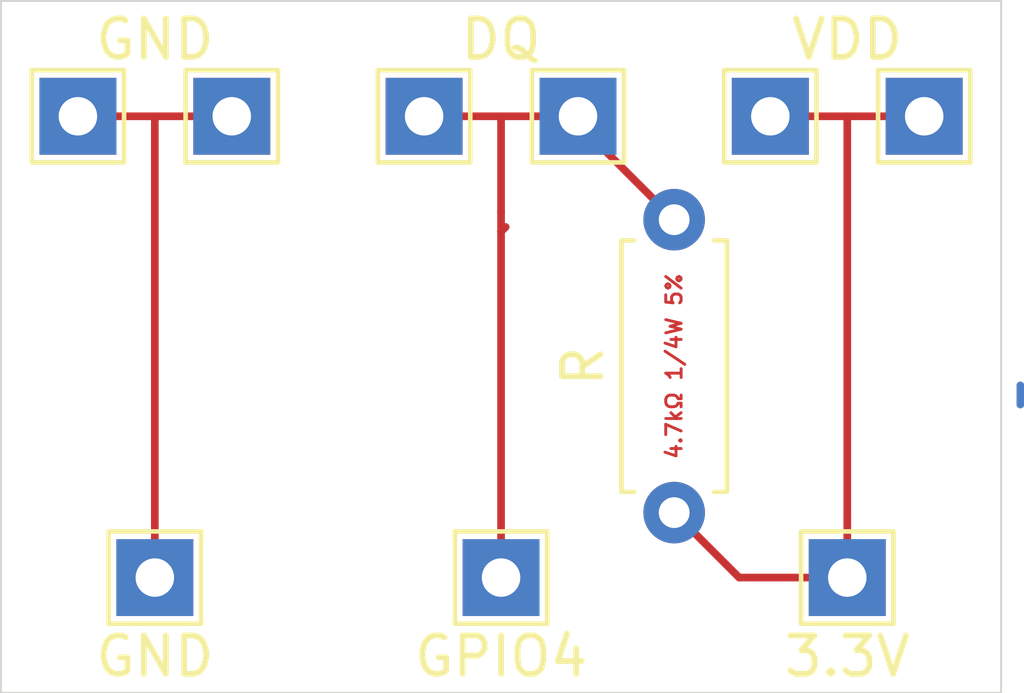
<source format=kicad_pcb>
(kicad_pcb (version 20241229) (generator "pcbnew") (generator_version "9.0")
  (layers (0 "F.Cu" signal) (2 "B.Cu" signal) (13 "F.Paste" user) (15 "B.Paste" user) (5 "F.SilkS" user "F.Silkscreen") (7 "B.SilkS" user "B.Silkscreen") (1 "F.Mask" user) (3 "B.Mask" user) (25 "Edge.Cuts" user))
  (net 0 "")
  (net 1 "Net-(R1-Pad2)")
  (net 2 "Net-(R1-Pad1)")
  (net 3 "Net-(TP1-Pad1)")
  (footprint "TestPoint:TestPoint_THTPad_2.0x2.0mm_Drill1.0mm" (layer "F.Cu") (at 144 73.5)
    (property "Reference" "TP4" (hide yes))
    (property "Value" "DQ" (at -2 -2 0) (layer "F.SilkS"))
    (fp_line (start -1.2 -1.2) (end 1.2 -1.2) (stroke (width 0.12)) (layer "F.SilkS"))
    (fp_line (start -1.2 1.2) (end -1.2 -1.2) (stroke (width 0.12)) (layer "F.SilkS"))
    (fp_line (start 1.2 -1.2) (end 1.2 1.2) (stroke (width 0.12)) (layer "F.SilkS"))
    (fp_line (start 1.2 1.2) (end -1.2 1.2) (stroke (width 0.12)) (layer "F.SilkS"))
    (pad "1" thru_hole rect (at 0 0) (size 2 2) (drill 1) (layers "*.Cu" "*.Mask") (net 1 "Net-(R1-Pad2)"))
  )
  (footprint "TestPoint:TestPoint_THTPad_2.0x2.0mm_Drill1.0mm" (layer "F.Cu") (at 133 85.5)
    (property "Reference" "TP7" (hide yes))
    (property "Value" "GND" (at 0 2.05 0) (layer "F.SilkS"))
    (fp_line (start -1.2 -1.2) (end 1.2 -1.2) (stroke (width 0.12)) (layer "F.SilkS"))
    (fp_line (start -1.2 1.2) (end -1.2 -1.2) (stroke (width 0.12)) (layer "F.SilkS"))
    (fp_line (start 1.2 -1.2) (end 1.2 1.2) (stroke (width 0.12)) (layer "F.SilkS"))
    (fp_line (start 1.2 1.2) (end -1.2 1.2) (stroke (width 0.12)) (layer "F.SilkS"))
    (pad "1" thru_hole rect (at 0 0) (size 2 2) (drill 1) (layers "*.Cu" "*.Mask") (net 3 "Net-(TP1-Pad1)"))
  )
  (footprint "TestPoint:TestPoint_THTPad_2.0x2.0mm_Drill1.0mm" (layer "F.Cu") (at 142 85.5)
    (property "Reference" "TP8" (hide yes))
    (property "Value" "GPIO4" (at 0 2.05 0) (layer "F.SilkS"))
    (fp_line (start -1.2 -1.2) (end 1.2 -1.2) (stroke (width 0.12)) (layer "F.SilkS"))
    (fp_line (start -1.2 1.2) (end -1.2 -1.2) (stroke (width 0.12)) (layer "F.SilkS"))
    (fp_line (start 1.2 -1.2) (end 1.2 1.2) (stroke (width 0.12)) (layer "F.SilkS"))
    (fp_line (start 1.2 1.2) (end -1.2 1.2) (stroke (width 0.12)) (layer "F.SilkS"))
    (pad "1" thru_hole rect (at 0 0) (size 2 2) (drill 1) (layers "*.Cu" "*.Mask") (net 1 "Net-(R1-Pad2)"))
  )
  (footprint "TestPoint:TestPoint_THTPad_2.0x2.0mm_Drill1.0mm" (layer "F.Cu") (at 135 73.5)
    (property "Reference" "TP2" (hide yes))
    (property "Value" "GND DS18B20 (Black)" (hide yes))
    (fp_line (start -1.2 -1.2) (end 1.2 -1.2) (stroke (width 0.12)) (layer "F.SilkS"))
    (fp_line (start -1.2 1.2) (end -1.2 -1.2) (stroke (width 0.12)) (layer "F.SilkS"))
    (fp_line (start 1.2 -1.2) (end 1.2 1.2) (stroke (width 0.12)) (layer "F.SilkS"))
    (fp_line (start 1.2 1.2) (end -1.2 1.2) (stroke (width 0.12)) (layer "F.SilkS"))
    (pad "1" thru_hole rect (at 0 0) (size 2 2) (drill 1) (layers "*.Cu" "*.Mask") (net 3 "Net-(TP1-Pad1)"))
  )
  (footprint "TestPoint:TestPoint_THTPad_2.0x2.0mm_Drill1.0mm" (layer "F.Cu") (at 149 73.5)
    (property "Reference" "TP5" (hide yes))
    (property "Value" "VDD DS18B20 (Red)" (hide yes))
    (fp_line (start -1.2 -1.2) (end 1.2 -1.2) (stroke (width 0.12)) (layer "F.SilkS"))
    (fp_line (start -1.2 1.2) (end -1.2 -1.2) (stroke (width 0.12)) (layer "F.SilkS"))
    (fp_line (start 1.2 -1.2) (end 1.2 1.2) (stroke (width 0.12)) (layer "F.SilkS"))
    (fp_line (start 1.2 1.2) (end -1.2 1.2) (stroke (width 0.12)) (layer "F.SilkS"))
    (pad "1" thru_hole rect (at 0 0) (size 2 2) (drill 1) (layers "*.Cu" "*.Mask") (net 2 "Net-(R1-Pad1)"))
  )
  (footprint "TestPoint:TestPoint_THTPad_2.0x2.0mm_Drill1.0mm" (layer "F.Cu") (at 140 73.5)
    (property "Reference" "TP3" (hide yes))
    (property "Value" "DQ DS18B20 (Yellow)" (hide yes))
    (fp_line (start -1.2 -1.2) (end 1.2 -1.2) (stroke (width 0.12)) (layer "F.SilkS"))
    (fp_line (start -1.2 1.2) (end -1.2 -1.2) (stroke (width 0.12)) (layer "F.SilkS"))
    (fp_line (start 1.2 -1.2) (end 1.2 1.2) (stroke (width 0.12)) (layer "F.SilkS"))
    (fp_line (start 1.2 1.2) (end -1.2 1.2) (stroke (width 0.12)) (layer "F.SilkS"))
    (pad "1" thru_hole rect (at 0 0) (size 2 2) (drill 1) (layers "*.Cu" "*.Mask") (net 1 "Net-(R1-Pad2)"))
  )
  (footprint "TestPoint:TestPoint_THTPad_2.0x2.0mm_Drill1.0mm" (layer "F.Cu") (at 153 73.5)
    (property "Reference" "TP6" (hide yes))
    (property "Value" "VDD" (at -2 -2 0) (layer "F.SilkS"))
    (fp_line (start -1.2 -1.2) (end 1.2 -1.2) (stroke (width 0.12)) (layer "F.SilkS"))
    (fp_line (start -1.2 1.2) (end -1.2 -1.2) (stroke (width 0.12)) (layer "F.SilkS"))
    (fp_line (start 1.2 -1.2) (end 1.2 1.2) (stroke (width 0.12)) (layer "F.SilkS"))
    (fp_line (start 1.2 1.2) (end -1.2 1.2) (stroke (width 0.12)) (layer "F.SilkS"))
    (pad "1" thru_hole rect (at 0 0) (size 2 2) (drill 1) (layers "*.Cu" "*.Mask") (net 2 "Net-(R1-Pad1)"))
  )
  (footprint "TestPoint:TestPoint_THTPad_2.0x2.0mm_Drill1.0mm" (layer "F.Cu") (at 151 85.5)
    (property "Reference" "TP9" (hide yes))
    (property "Value" "3.3V" (at 0 2.05 0) (layer "F.SilkS"))
    (fp_line (start -1.2 -1.2) (end 1.2 -1.2) (stroke (width 0.12)) (layer "F.SilkS"))
    (fp_line (start -1.2 1.2) (end -1.2 -1.2) (stroke (width 0.12)) (layer "F.SilkS"))
    (fp_line (start 1.2 -1.2) (end 1.2 1.2) (stroke (width 0.12)) (layer "F.SilkS"))
    (fp_line (start 1.2 1.2) (end -1.2 1.2) (stroke (width 0.12)) (layer "F.SilkS"))
    (pad "1" thru_hole rect (at 0 0) (size 2 2) (drill 1) (property pad_prop_bga) (layers "*.Cu" "*.Mask") (net 2 "Net-(R1-Pad1)"))
  )
  (footprint "TestPoint:TestPoint_THTPad_2.0x2.0mm_Drill1.0mm" (layer "F.Cu") (at 131 73.5)
    (property "Reference" "TP1" (hide yes))
    (property "Value" "GND" (at 2 -2 0) (layer "F.SilkS"))
    (fp_line (start -1.2 -1.2) (end 1.2 -1.2) (stroke (width 0.12)) (layer "F.SilkS"))
    (fp_line (start -1.2 1.2) (end -1.2 -1.2) (stroke (width 0.12)) (layer "F.SilkS"))
    (fp_line (start 1.2 -1.2) (end 1.2 1.2) (stroke (width 0.12)) (layer "F.SilkS"))
    (fp_line (start 1.2 1.2) (end -1.2 1.2) (stroke (width 0.12)) (layer "F.SilkS"))
    (pad "1" thru_hole rect (at 0 0) (size 2 2) (drill 1) (layers "*.Cu" "*.Mask") (net 3 "Net-(TP1-Pad1)"))
  )
  (footprint "Resistor_THT:R_Axial_DIN0207_L6.3mm_D2.5mm_P7.62mm_Horizontal" (layer "F.Cu") (at 146.5 83.81 90)
    (property "Reference" "R" (at 3.81 -2.37 90) (layer "F.SilkS"))
    (property "Value" "4.7kΩ 1/4W 5%" (at 3.81 0 90) (layer "F.Cu") (effects (font (size 0.4 0.4) (thickness 0.075) (bold yes))))
    (fp_line (start 7.08 -1.37) (end 7.08 -1.04) (stroke (width 0.12)) (layer "F.SilkS"))
    (fp_line (start 0.54 -1.37) (end 7.08 -1.37) (stroke (width 0.12)) (layer "F.SilkS"))
    (fp_line (start 0.54 -1.04) (end 0.54 -1.37) (stroke (width 0.12)) (layer "F.SilkS"))
    (fp_line (start 0.54 1.04) (end 0.54 1.37) (stroke (width 0.12)) (layer "F.SilkS"))
    (fp_line (start 7.08 1.37) (end 7.08 1.04) (stroke (width 0.12)) (layer "F.SilkS"))
    (fp_line (start 0.54 1.37) (end 7.08 1.37) (stroke (width 0.12)) (layer "F.SilkS"))
    (pad "1" thru_hole circle (at 0 0 90) (size 1.6 1.6) (drill 0.8) (layers "*.Cu" "*.Mask") (net 2 "Net-(R1-Pad1)"))
    (pad "2" thru_hole oval (at 7.62 0 90) (size 1.6 1.6) (drill 0.8) (layers "*.Cu" "*.Mask") (net 1 "Net-(R1-Pad2)"))
  )
  (gr_line (start 155 88.5) (end 155 70.5) (stroke (width 0.05)) (layer "Edge.Cuts"))
  (gr_line (start 129 88.5) (end 155 88.5) (stroke (width 0.05)) (layer "Edge.Cuts"))
  (gr_line (start 129 70.5) (end 155 70.5) (stroke (width 0.05)) (layer "Edge.Cuts"))
  (gr_line (start 129 70.5) (end 129 88.5) (stroke (width 0.05)) (layer "Edge.Cuts"))
  (segment (start 142 76) (end 142 76.5) (width 0.2) (layer "F.Cu") (net 1))
  (segment (start 144 73.69) (end 146.5 76.19) (width 0.2) (layer "F.Cu") (net 1))
  (segment (start 142 76.5) (end 142.12 76.38) (width 0.2) (layer "F.Cu") (net 1))
  (segment (start 142 73.5) (end 142 76) (width 0.2) (layer "F.Cu") (net 1))
  (segment (start 144 73.5) (end 144 73.69) (width 0.2) (layer "F.Cu") (net 1))
  (segment (start 140 73.5) (end 142 73.5) (width 0.2) (layer "F.Cu") (net 1))
  (segment (start 142 73.5) (end 144 73.5) (width 0.2) (layer "F.Cu") (net 1))
  (segment (start 142 76.5) (end 142 85.5) (width 0.2) (layer "F.Cu") (net 1))
  (segment (start 155.5 81) (end 155.5 80.5) (width 0.2) (layer "B.Cu") (net 1))
  (segment (start 151 84) (end 151 85.5) (width 0.2) (layer "F.Cu") (net 2))
  (segment (start 151 85.5) (end 148.19 85.5) (width 0.2) (layer "F.Cu") (net 2))
  (segment (start 149 73.5) (end 151 73.5) (width 0.2) (layer "F.Cu") (net 2))
  (segment (start 148.19 85.5) (end 146.5 83.81) (width 0.2) (layer "F.Cu") (net 2))
  (segment (start 151 73.5) (end 153 73.5) (width 0.2) (layer "F.Cu") (net 2))
  (segment (start 151 73.5) (end 151 84) (width 0.2) (layer "F.Cu") (net 2))
  (segment (start 133 73.5) (end 133 85.5) (width 0.2) (layer "F.Cu") (net 3))
  (segment (start 131 73.5) (end 133 73.5) (width 0.2) (layer "F.Cu") (net 3))
  (segment (start 133 73.5) (end 135 73.5) (width 0.2) (layer "F.Cu") (net 3))
)
</source>
